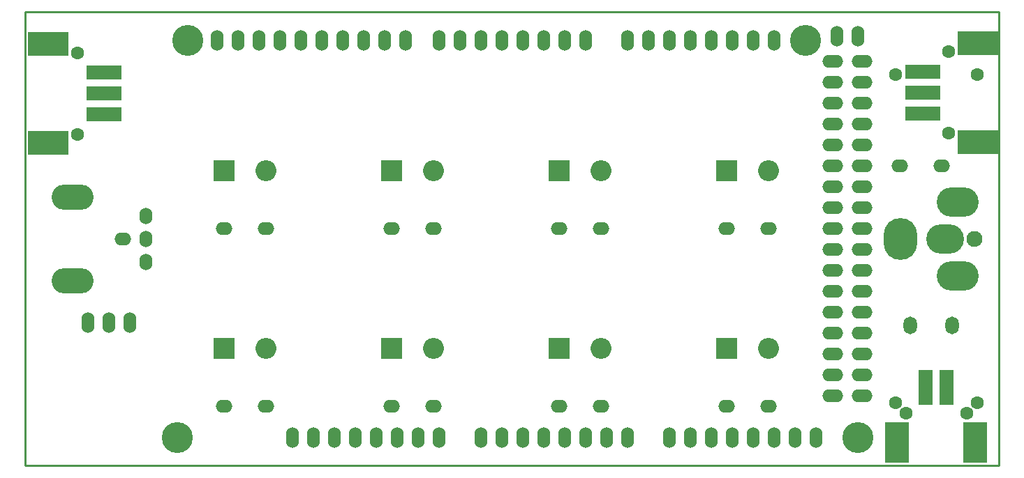
<source format=gts>
G04 #@! TF.FileFunction,Soldermask,Top*
%FSLAX46Y46*%
G04 Gerber Fmt 4.6, Leading zero omitted, Abs format (unit mm)*
G04 Created by KiCad (PCBNEW 0.201603210401+6634~43~ubuntu14.04.1-product) date Wed 06 Apr 2016 10:00:45 AM EDT*
%MOMM*%
G01*
G04 APERTURE LIST*
%ADD10C,0.100000*%
%ADD11C,0.228600*%
%ADD12O,1.524000X2.540000*%
%ADD13C,1.930400*%
%ADD14O,4.572000X3.556000*%
%ADD15O,4.064000X5.080000*%
%ADD16O,5.080000X3.556000*%
%ADD17O,5.080000X3.048000*%
%ADD18O,2.032000X1.524000*%
%ADD19O,1.524000X2.032000*%
%ADD20C,3.759200*%
%ADD21O,2.540000X1.524000*%
%ADD22O,1.651000X2.159000*%
%ADD23R,4.191000X1.778000*%
%ADD24C,1.600200*%
%ADD25R,5.029200X2.997200*%
%ADD26R,1.778000X4.191000*%
%ADD27R,2.997200X5.029200*%
%ADD28R,2.540000X2.540000*%
%ADD29O,2.540000X2.540000*%
G04 APERTURE END LIST*
D10*
D11*
X211455000Y-75311000D02*
X93345000Y-75311000D01*
X211455000Y-130429000D02*
X211455000Y-75311000D01*
X93345000Y-130429000D02*
X211455000Y-130429000D01*
X93345000Y-75311000D02*
X93345000Y-130429000D01*
D12*
X103505000Y-113030000D03*
X100965000Y-113030000D03*
X106045000Y-113030000D03*
D13*
X208457800Y-102870000D03*
D14*
X204952600Y-102870000D03*
D15*
X199466200Y-102870000D03*
D16*
X206451200Y-98374200D03*
X206451200Y-107365800D03*
D17*
X99060000Y-107950000D03*
X99060000Y-97790000D03*
D18*
X105156000Y-102870000D03*
D19*
X107950000Y-102870000D03*
X107950000Y-100076000D03*
X107950000Y-105664000D03*
D20*
X111760000Y-127000000D03*
X113030000Y-78740000D03*
X194310000Y-127000000D03*
X187960000Y-78740000D03*
D12*
X125730000Y-127000000D03*
X128270000Y-127000000D03*
X130810000Y-127000000D03*
X133350000Y-127000000D03*
X135890000Y-127000000D03*
X138430000Y-127000000D03*
X140970000Y-127000000D03*
X143510000Y-127000000D03*
X148590000Y-127000000D03*
X151130000Y-127000000D03*
X153670000Y-127000000D03*
X156210000Y-127000000D03*
X158750000Y-127000000D03*
X161290000Y-127000000D03*
X163830000Y-127000000D03*
X166370000Y-127000000D03*
X171450000Y-127000000D03*
X173990000Y-127000000D03*
X176530000Y-127000000D03*
X179070000Y-127000000D03*
X181610000Y-127000000D03*
X184150000Y-127000000D03*
X186690000Y-127000000D03*
X189230000Y-127000000D03*
X116586000Y-78740000D03*
X119126000Y-78740000D03*
X121666000Y-78740000D03*
X124206000Y-78740000D03*
X126746000Y-78740000D03*
X129286000Y-78740000D03*
X131826000Y-78740000D03*
X134366000Y-78740000D03*
X136906000Y-78740000D03*
X139446000Y-78740000D03*
X143510000Y-78740000D03*
X161290000Y-78740000D03*
X158750000Y-78740000D03*
X156210000Y-78740000D03*
X153670000Y-78740000D03*
X151130000Y-78740000D03*
X148590000Y-78740000D03*
X146050000Y-78740000D03*
X166370000Y-78740000D03*
X168910000Y-78740000D03*
X171450000Y-78740000D03*
X173990000Y-78740000D03*
X176530000Y-78740000D03*
X179070000Y-78740000D03*
X181610000Y-78740000D03*
X184150000Y-78740000D03*
X191770000Y-78232000D03*
X194310000Y-78232000D03*
D21*
X191262000Y-81280000D03*
X194818000Y-81280000D03*
X191262000Y-83820000D03*
X194818000Y-83820000D03*
X191262000Y-86360000D03*
X194818000Y-86360000D03*
X191262000Y-88900000D03*
X194818000Y-88900000D03*
X191262000Y-91440000D03*
X194818000Y-91440000D03*
X191262000Y-93980000D03*
X194818000Y-93980000D03*
X191262000Y-96520000D03*
X194818000Y-96520000D03*
X191262000Y-99060000D03*
X194818000Y-99060000D03*
X191262000Y-101600000D03*
X194818000Y-101600000D03*
X191262000Y-104140000D03*
X194818000Y-104140000D03*
X191262000Y-106680000D03*
X194818000Y-106680000D03*
X191262000Y-109220000D03*
X194818000Y-109220000D03*
X191262000Y-111760000D03*
X194818000Y-111760000D03*
X191262000Y-114300000D03*
X194818000Y-114300000D03*
X191262000Y-116840000D03*
X194818000Y-116840000D03*
X191262000Y-119380000D03*
X194818000Y-119380000D03*
X191262000Y-121920000D03*
X194818000Y-121920000D03*
D22*
X200660000Y-113385600D03*
X205740000Y-113385600D03*
D23*
X102870000Y-87757000D03*
X102870000Y-85217000D03*
X102870000Y-82677000D03*
D24*
X99695000Y-90170000D03*
X99695000Y-80264000D03*
D25*
X96139000Y-91211400D03*
X96139000Y-79222600D03*
D24*
X208788000Y-82931000D03*
X198882000Y-82931000D03*
D23*
X202184000Y-82550000D03*
X202184000Y-85090000D03*
X202184000Y-87630000D03*
D24*
X205359000Y-80137000D03*
X205359000Y-90043000D03*
D25*
X208915000Y-79095600D03*
X208915000Y-91084400D03*
D24*
X198882000Y-122809000D03*
X208788000Y-122809000D03*
D26*
X205105000Y-120904000D03*
X202565000Y-120904000D03*
D24*
X207518000Y-124079000D03*
X200152000Y-124079000D03*
D27*
X208559400Y-127635000D03*
X199110600Y-127635000D03*
D18*
X178435000Y-123190000D03*
X183515000Y-123190000D03*
X158115000Y-123190000D03*
X163195000Y-123190000D03*
X137795000Y-123190000D03*
X142875000Y-123190000D03*
X117475000Y-123190000D03*
X122555000Y-123190000D03*
X178435000Y-101600000D03*
X183515000Y-101600000D03*
X158115000Y-101600000D03*
X163195000Y-101600000D03*
X137795000Y-101600000D03*
X142875000Y-101600000D03*
X117475000Y-101600000D03*
X122555000Y-101600000D03*
X204470000Y-93980000D03*
X199390000Y-93980000D03*
D28*
X178435000Y-116205000D03*
D29*
X183515000Y-116205000D03*
D28*
X158115000Y-116205000D03*
D29*
X163195000Y-116205000D03*
D28*
X137795000Y-116205000D03*
D29*
X142875000Y-116205000D03*
D28*
X117475000Y-116205000D03*
D29*
X122555000Y-116205000D03*
D28*
X178435000Y-94615000D03*
D29*
X183515000Y-94615000D03*
D28*
X158115000Y-94615000D03*
D29*
X163195000Y-94615000D03*
D28*
X137795000Y-94615000D03*
D29*
X142875000Y-94615000D03*
D28*
X117475000Y-94615000D03*
D29*
X122555000Y-94615000D03*
M02*

</source>
